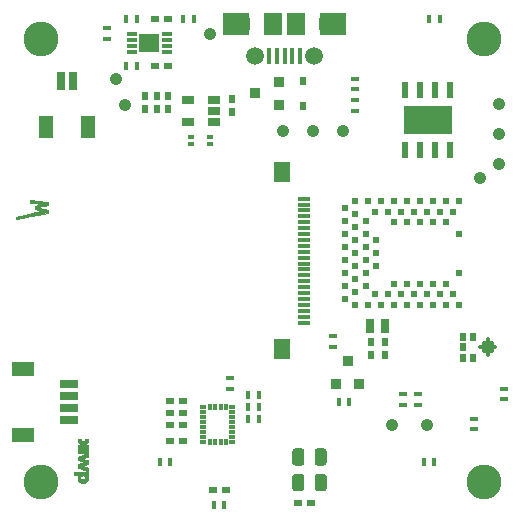
<source format=gbr>
G04 #@! TF.GenerationSoftware,KiCad,Pcbnew,5.1.5-52549c5~84~ubuntu19.04.1*
G04 #@! TF.CreationDate,2020-02-18T23:24:20+01:00*
G04 #@! TF.ProjectId,badge,62616467-652e-46b6-9963-61645f706362,rev?*
G04 #@! TF.SameCoordinates,Original*
G04 #@! TF.FileFunction,Soldermask,Bot*
G04 #@! TF.FilePolarity,Negative*
%FSLAX46Y46*%
G04 Gerber Fmt 4.6, Leading zero omitted, Abs format (unit mm)*
G04 Created by KiCad (PCBNEW 5.1.5-52549c5~84~ubuntu19.04.1) date 2020-02-18 23:24:20*
%MOMM*%
%LPD*%
G04 APERTURE LIST*
%ADD10C,0.010000*%
%ADD11C,2.950800*%
%ADD12R,1.550800X1.950800*%
%ADD13C,1.500800*%
%ADD14R,0.450800X1.400800*%
%ADD15O,1.250800X1.950800*%
%ADD16R,2.250800X1.950800*%
%ADD17R,0.470800X1.450800*%
%ADD18R,4.050800X2.350800*%
%ADD19R,0.580800X0.330800*%
%ADD20R,0.330800X0.580800*%
%ADD21R,1.600800X0.650800*%
%ADD22R,1.850800X1.250800*%
%ADD23C,1.050800*%
%ADD24R,0.570800X0.350800*%
%ADD25R,0.650800X1.250800*%
%ADD26R,1.250800X1.850800*%
%ADD27R,0.650800X1.600800*%
%ADD28R,1.110800X0.700800*%
%ADD29R,0.572800X0.650800*%
%ADD30C,1.250800*%
%ADD31C,0.350800*%
%ADD32R,0.950800X0.850800*%
%ADD33R,0.850800X0.950800*%
%ADD34R,0.550800X0.650800*%
%ADD35R,0.650800X0.550800*%
%ADD36R,0.650800X0.450800*%
%ADD37R,0.450800X0.650800*%
%ADD38R,0.550800X0.550800*%
%ADD39R,0.850800X0.350800*%
%ADD40R,1.800800X1.600800*%
%ADD41R,1.050800X0.350800*%
%ADD42R,1.350800X1.700800*%
%ADD43C,0.100000*%
%ADD44R,0.500800X0.650800*%
G04 APERTURE END LIST*
D10*
G36*
X105308940Y-112579333D02*
G01*
X105237626Y-112580148D01*
X105198781Y-112585727D01*
X105182541Y-112600775D01*
X105179041Y-112629996D01*
X105179000Y-112641297D01*
X105159837Y-112708432D01*
X105106935Y-112758597D01*
X105027177Y-112786739D01*
X104975062Y-112791000D01*
X104884480Y-112776105D01*
X104824019Y-112733029D01*
X104796005Y-112664182D01*
X104796420Y-112605791D01*
X104782934Y-112589660D01*
X104734568Y-112581180D01*
X104671928Y-112579333D01*
X104544000Y-112579333D01*
X104545342Y-112679875D01*
X104550372Y-112751947D01*
X104561422Y-112813876D01*
X104566647Y-112830261D01*
X104632993Y-112945712D01*
X104726270Y-113028600D01*
X104846010Y-113078631D01*
X104989788Y-113095506D01*
X105131954Y-113078811D01*
X105249081Y-113028842D01*
X105338943Y-112947579D01*
X105399319Y-112837001D01*
X105427412Y-112705801D01*
X105438880Y-112579333D01*
X105308940Y-112579333D01*
G37*
X105308940Y-112579333D02*
X105237626Y-112580148D01*
X105198781Y-112585727D01*
X105182541Y-112600775D01*
X105179041Y-112629996D01*
X105179000Y-112641297D01*
X105159837Y-112708432D01*
X105106935Y-112758597D01*
X105027177Y-112786739D01*
X104975062Y-112791000D01*
X104884480Y-112776105D01*
X104824019Y-112733029D01*
X104796005Y-112664182D01*
X104796420Y-112605791D01*
X104782934Y-112589660D01*
X104734568Y-112581180D01*
X104671928Y-112579333D01*
X104544000Y-112579333D01*
X104545342Y-112679875D01*
X104550372Y-112751947D01*
X104561422Y-112813876D01*
X104566647Y-112830261D01*
X104632993Y-112945712D01*
X104726270Y-113028600D01*
X104846010Y-113078631D01*
X104989788Y-113095506D01*
X105131954Y-113078811D01*
X105249081Y-113028842D01*
X105338943Y-112947579D01*
X105399319Y-112837001D01*
X105427412Y-112705801D01*
X105438880Y-112579333D01*
X105308940Y-112579333D01*
G36*
X104544000Y-113129666D02*
G01*
X104544000Y-113426000D01*
X105433000Y-113426000D01*
X105433000Y-113129666D01*
X104544000Y-113129666D01*
G37*
X104544000Y-113129666D02*
X104544000Y-113426000D01*
X105433000Y-113426000D01*
X105433000Y-113129666D01*
X104544000Y-113129666D01*
G36*
X105428654Y-114552156D02*
G01*
X105422417Y-114410250D01*
X105163224Y-114336166D01*
X105065742Y-114307381D01*
X104984986Y-114281779D01*
X104928628Y-114261921D01*
X104904338Y-114250370D01*
X104903933Y-114249559D01*
X104922186Y-114236734D01*
X104968357Y-114218969D01*
X104993792Y-114211131D01*
X105057604Y-114192525D01*
X105145079Y-114166723D01*
X105239339Y-114138707D01*
X105257714Y-114133219D01*
X105431677Y-114081209D01*
X105431677Y-113468333D01*
X104542146Y-113468333D01*
X104548365Y-113621791D01*
X104554583Y-113775250D01*
X104977917Y-113785833D01*
X105401250Y-113796416D01*
X104971763Y-113953086D01*
X104542275Y-114109756D01*
X104548429Y-114258869D01*
X104554583Y-114407981D01*
X104806215Y-114483199D01*
X105057846Y-114558416D01*
X104800923Y-114639910D01*
X104544000Y-114721403D01*
X104544000Y-114868116D01*
X104547915Y-114961036D01*
X104559710Y-115012809D01*
X104570458Y-115024263D01*
X104597632Y-115034076D01*
X104658208Y-115056022D01*
X104745800Y-115087783D01*
X104854020Y-115127045D01*
X104976479Y-115171490D01*
X105006392Y-115182349D01*
X105129877Y-115227017D01*
X105239357Y-115266315D01*
X105328782Y-115298095D01*
X105392104Y-115320212D01*
X105423273Y-115330519D01*
X105425361Y-115331000D01*
X105429194Y-115311625D01*
X105430480Y-115260539D01*
X105428991Y-115188303D01*
X105428636Y-115179235D01*
X105422417Y-115027469D01*
X105337750Y-115000777D01*
X105278628Y-114982465D01*
X105193896Y-114956624D01*
X105098518Y-114927809D01*
X105062583Y-114917024D01*
X104872083Y-114859962D01*
X104977917Y-114829636D01*
X105049993Y-114808699D01*
X105144267Y-114780936D01*
X105242410Y-114751748D01*
X105259320Y-114746686D01*
X105434890Y-114694063D01*
X105428654Y-114552156D01*
G37*
X105428654Y-114552156D02*
X105422417Y-114410250D01*
X105163224Y-114336166D01*
X105065742Y-114307381D01*
X104984986Y-114281779D01*
X104928628Y-114261921D01*
X104904338Y-114250370D01*
X104903933Y-114249559D01*
X104922186Y-114236734D01*
X104968357Y-114218969D01*
X104993792Y-114211131D01*
X105057604Y-114192525D01*
X105145079Y-114166723D01*
X105239339Y-114138707D01*
X105257714Y-114133219D01*
X105431677Y-114081209D01*
X105431677Y-113468333D01*
X104542146Y-113468333D01*
X104548365Y-113621791D01*
X104554583Y-113775250D01*
X104977917Y-113785833D01*
X105401250Y-113796416D01*
X104971763Y-113953086D01*
X104542275Y-114109756D01*
X104548429Y-114258869D01*
X104554583Y-114407981D01*
X104806215Y-114483199D01*
X105057846Y-114558416D01*
X104800923Y-114639910D01*
X104544000Y-114721403D01*
X104544000Y-114868116D01*
X104547915Y-114961036D01*
X104559710Y-115012809D01*
X104570458Y-115024263D01*
X104597632Y-115034076D01*
X104658208Y-115056022D01*
X104745800Y-115087783D01*
X104854020Y-115127045D01*
X104976479Y-115171490D01*
X105006392Y-115182349D01*
X105129877Y-115227017D01*
X105239357Y-115266315D01*
X105328782Y-115298095D01*
X105392104Y-115320212D01*
X105423273Y-115330519D01*
X105425361Y-115331000D01*
X105429194Y-115311625D01*
X105430480Y-115260539D01*
X105428991Y-115188303D01*
X105428636Y-115179235D01*
X105422417Y-115027469D01*
X105337750Y-115000777D01*
X105278628Y-114982465D01*
X105193896Y-114956624D01*
X105098518Y-114927809D01*
X105062583Y-114917024D01*
X104872083Y-114859962D01*
X104977917Y-114829636D01*
X105049993Y-114808699D01*
X105144267Y-114780936D01*
X105242410Y-114751748D01*
X105259320Y-114746686D01*
X105434890Y-114694063D01*
X105428654Y-114552156D01*
G36*
X104835042Y-115357129D02*
G01*
X104237083Y-115362750D01*
X104230925Y-115501230D01*
X104229900Y-115574378D01*
X104233254Y-115629903D01*
X104239744Y-115654688D01*
X104266320Y-115661341D01*
X104324755Y-115666477D01*
X104404582Y-115669330D01*
X104444975Y-115669666D01*
X104534755Y-115669992D01*
X104588689Y-115672186D01*
X104613269Y-115678074D01*
X104614981Y-115689481D01*
X104600316Y-115708234D01*
X104596620Y-115712328D01*
X104568676Y-115766779D01*
X104551590Y-115847287D01*
X104546781Y-115938639D01*
X104555673Y-116025625D01*
X104564272Y-116058537D01*
X104595657Y-116117573D01*
X104646778Y-116180953D01*
X104675245Y-116208139D01*
X104780497Y-116274294D01*
X104899172Y-116309770D01*
X104978153Y-116313772D01*
X104978153Y-116008333D01*
X104891118Y-115992659D01*
X104825790Y-115951112D01*
X104786449Y-115891906D01*
X104777373Y-115823258D01*
X104802843Y-115753380D01*
X104828788Y-115721621D01*
X104876222Y-115686354D01*
X104935766Y-115671467D01*
X104980882Y-115669666D01*
X105077147Y-115683780D01*
X105141947Y-115725818D01*
X105174756Y-115795323D01*
X105179000Y-115841153D01*
X105161134Y-115920233D01*
X105109799Y-115975674D01*
X105028389Y-116004651D01*
X104978153Y-116008333D01*
X104978153Y-116313772D01*
X105022993Y-116316045D01*
X105143683Y-116294593D01*
X105252965Y-116246890D01*
X105342561Y-116174413D01*
X105404193Y-116078636D01*
X105404403Y-116078135D01*
X105428367Y-115983622D01*
X105430727Y-115879657D01*
X105412143Y-115784407D01*
X105392151Y-115740518D01*
X105366659Y-115696330D01*
X105363470Y-115675580D01*
X105382599Y-115665716D01*
X105392231Y-115663125D01*
X105413778Y-115652198D01*
X105426142Y-115627137D01*
X105431742Y-115578380D01*
X105433000Y-115501985D01*
X105433000Y-115351507D01*
X104835042Y-115357129D01*
G37*
X104835042Y-115357129D02*
X104237083Y-115362750D01*
X104230925Y-115501230D01*
X104229900Y-115574378D01*
X104233254Y-115629903D01*
X104239744Y-115654688D01*
X104266320Y-115661341D01*
X104324755Y-115666477D01*
X104404582Y-115669330D01*
X104444975Y-115669666D01*
X104534755Y-115669992D01*
X104588689Y-115672186D01*
X104613269Y-115678074D01*
X104614981Y-115689481D01*
X104600316Y-115708234D01*
X104596620Y-115712328D01*
X104568676Y-115766779D01*
X104551590Y-115847287D01*
X104546781Y-115938639D01*
X104555673Y-116025625D01*
X104564272Y-116058537D01*
X104595657Y-116117573D01*
X104646778Y-116180953D01*
X104675245Y-116208139D01*
X104780497Y-116274294D01*
X104899172Y-116309770D01*
X104978153Y-116313772D01*
X104978153Y-116008333D01*
X104891118Y-115992659D01*
X104825790Y-115951112D01*
X104786449Y-115891906D01*
X104777373Y-115823258D01*
X104802843Y-115753380D01*
X104828788Y-115721621D01*
X104876222Y-115686354D01*
X104935766Y-115671467D01*
X104980882Y-115669666D01*
X105077147Y-115683780D01*
X105141947Y-115725818D01*
X105174756Y-115795323D01*
X105179000Y-115841153D01*
X105161134Y-115920233D01*
X105109799Y-115975674D01*
X105028389Y-116004651D01*
X104978153Y-116008333D01*
X104978153Y-116313772D01*
X105022993Y-116316045D01*
X105143683Y-116294593D01*
X105252965Y-116246890D01*
X105342561Y-116174413D01*
X105404193Y-116078636D01*
X105404403Y-116078135D01*
X105428367Y-115983622D01*
X105430727Y-115879657D01*
X105412143Y-115784407D01*
X105392151Y-115740518D01*
X105366659Y-115696330D01*
X105363470Y-115675580D01*
X105382599Y-115665716D01*
X105392231Y-115663125D01*
X105413778Y-115652198D01*
X105426142Y-115627137D01*
X105431742Y-115578380D01*
X105433000Y-115501985D01*
X105433000Y-115351507D01*
X104835042Y-115357129D01*
G36*
X99295498Y-93958906D02*
G01*
X99315605Y-93992234D01*
X99363949Y-93984075D01*
X99485016Y-93960201D01*
X99668752Y-93922693D01*
X99905105Y-93873633D01*
X100184023Y-93815102D01*
X100495451Y-93749180D01*
X100695894Y-93706484D01*
X102041622Y-93419167D01*
X102029394Y-93295038D01*
X102019850Y-93237115D01*
X101994295Y-93195907D01*
X101936948Y-93163198D01*
X101832027Y-93130770D01*
X101663751Y-93090406D01*
X101615000Y-93079266D01*
X101212833Y-92987623D01*
X101625583Y-92891260D01*
X101812956Y-92846508D01*
X101932829Y-92812539D01*
X102000267Y-92781391D01*
X102030335Y-92745102D01*
X102038098Y-92695709D01*
X102038333Y-92673115D01*
X102028749Y-92585855D01*
X102006583Y-92550430D01*
X101955955Y-92543975D01*
X101836465Y-92526718D01*
X101662913Y-92500855D01*
X101450102Y-92468583D01*
X101297500Y-92445174D01*
X101013695Y-92401526D01*
X100803016Y-92370479D01*
X100654841Y-92352175D01*
X100558552Y-92346755D01*
X100503528Y-92354362D01*
X100479149Y-92375136D01*
X100474796Y-92409220D01*
X100479771Y-92456084D01*
X100493167Y-92572500D01*
X101043500Y-92637154D01*
X101269780Y-92664714D01*
X101413835Y-92686780D01*
X101477624Y-92706898D01*
X101463105Y-92728615D01*
X101372235Y-92755476D01*
X101206972Y-92791030D01*
X101136329Y-92805298D01*
X100999734Y-92834970D01*
X100927639Y-92863424D01*
X100901377Y-92905301D01*
X100902282Y-92975243D01*
X100903496Y-92987922D01*
X100914400Y-93057037D01*
X100942808Y-93101755D01*
X101007163Y-93133325D01*
X101125912Y-93162999D01*
X101223417Y-93183057D01*
X101371292Y-93216205D01*
X101480118Y-93246946D01*
X101529356Y-93269350D01*
X101530333Y-93271683D01*
X101490622Y-93286965D01*
X101378648Y-93316483D01*
X101205147Y-93357757D01*
X100980858Y-93408312D01*
X100716516Y-93465668D01*
X100422859Y-93527348D01*
X100419083Y-93528128D01*
X99307833Y-93757834D01*
X99294438Y-93874250D01*
X99295498Y-93958906D01*
G37*
X99295498Y-93958906D02*
X99315605Y-93992234D01*
X99363949Y-93984075D01*
X99485016Y-93960201D01*
X99668752Y-93922693D01*
X99905105Y-93873633D01*
X100184023Y-93815102D01*
X100495451Y-93749180D01*
X100695894Y-93706484D01*
X102041622Y-93419167D01*
X102029394Y-93295038D01*
X102019850Y-93237115D01*
X101994295Y-93195907D01*
X101936948Y-93163198D01*
X101832027Y-93130770D01*
X101663751Y-93090406D01*
X101615000Y-93079266D01*
X101212833Y-92987623D01*
X101625583Y-92891260D01*
X101812956Y-92846508D01*
X101932829Y-92812539D01*
X102000267Y-92781391D01*
X102030335Y-92745102D01*
X102038098Y-92695709D01*
X102038333Y-92673115D01*
X102028749Y-92585855D01*
X102006583Y-92550430D01*
X101955955Y-92543975D01*
X101836465Y-92526718D01*
X101662913Y-92500855D01*
X101450102Y-92468583D01*
X101297500Y-92445174D01*
X101013695Y-92401526D01*
X100803016Y-92370479D01*
X100654841Y-92352175D01*
X100558552Y-92346755D01*
X100503528Y-92354362D01*
X100479149Y-92375136D01*
X100474796Y-92409220D01*
X100479771Y-92456084D01*
X100493167Y-92572500D01*
X101043500Y-92637154D01*
X101269780Y-92664714D01*
X101413835Y-92686780D01*
X101477624Y-92706898D01*
X101463105Y-92728615D01*
X101372235Y-92755476D01*
X101206972Y-92791030D01*
X101136329Y-92805298D01*
X100999734Y-92834970D01*
X100927639Y-92863424D01*
X100901377Y-92905301D01*
X100902282Y-92975243D01*
X100903496Y-92987922D01*
X100914400Y-93057037D01*
X100942808Y-93101755D01*
X101007163Y-93133325D01*
X101125912Y-93162999D01*
X101223417Y-93183057D01*
X101371292Y-93216205D01*
X101480118Y-93246946D01*
X101529356Y-93269350D01*
X101530333Y-93271683D01*
X101490622Y-93286965D01*
X101378648Y-93316483D01*
X101205147Y-93357757D01*
X100980858Y-93408312D01*
X100716516Y-93465668D01*
X100422859Y-93527348D01*
X100419083Y-93528128D01*
X99307833Y-93757834D01*
X99294438Y-93874250D01*
X99295498Y-93958906D01*
D11*
X138942020Y-116255640D03*
X101444000Y-116253100D03*
X138929320Y-78755080D03*
X138972500Y-78737300D03*
X101436380Y-78752540D03*
D12*
X123075000Y-77437500D03*
D13*
X119575000Y-80137500D03*
D14*
X121425000Y-80137500D03*
X120775000Y-80137500D03*
X123375000Y-80137500D03*
X122725000Y-80137500D03*
X122075000Y-80137500D03*
D13*
X124575000Y-80137500D03*
D12*
X121075000Y-77437500D03*
D15*
X118575000Y-77437500D03*
X125575000Y-77437500D03*
D16*
X126175000Y-77437500D03*
X117975000Y-77437500D03*
D17*
X136075400Y-88081800D03*
X134805400Y-88081800D03*
X133535400Y-88081800D03*
X132265400Y-88081800D03*
X132265400Y-83011800D03*
X133535400Y-83011800D03*
X134805400Y-83011800D03*
X136075400Y-83011800D03*
D18*
X134170400Y-85546800D03*
D19*
X115204800Y-112883200D03*
D20*
X115784800Y-112848200D03*
X116214800Y-112848200D03*
X116644800Y-112848200D03*
X117074800Y-112848200D03*
D19*
X117654800Y-112883200D03*
X117654800Y-112453200D03*
X117654800Y-112023200D03*
X117654800Y-111593200D03*
X117654800Y-111163200D03*
X117654800Y-110733200D03*
X117654800Y-110303200D03*
X117654800Y-109873200D03*
D20*
X117074800Y-109908200D03*
X116644800Y-109908200D03*
X116214800Y-109908200D03*
X115784800Y-109908200D03*
D19*
X115204800Y-109873200D03*
X115204800Y-110303200D03*
X115204800Y-110733200D03*
X115204800Y-111163200D03*
X115204800Y-111593200D03*
X115204800Y-112023200D03*
X115204800Y-112453200D03*
D21*
X103825000Y-107975000D03*
X103825000Y-108975000D03*
X103825000Y-109975000D03*
X103825000Y-110975000D03*
D22*
X99950000Y-112275000D03*
X99950000Y-106675000D03*
D23*
X115795000Y-78340000D03*
D24*
X114109000Y-87002000D03*
X114109000Y-87652000D03*
X115789000Y-87652000D03*
X115789000Y-87002000D03*
D25*
X130544000Y-103029000D03*
X129344000Y-103029000D03*
D26*
X101865000Y-86145000D03*
X105465000Y-86145000D03*
D27*
X103165000Y-82270000D03*
X104165000Y-82270000D03*
D23*
X134165000Y-111410000D03*
X140241000Y-84226000D03*
X140241000Y-86766000D03*
X127033000Y-86512000D03*
X124493000Y-86512000D03*
X108541800Y-84353000D03*
X121953000Y-86512000D03*
X140241000Y-89306000D03*
X131198600Y-111440578D03*
X138615000Y-90480000D03*
D28*
X113859000Y-83877000D03*
X113859000Y-85777000D03*
X116059000Y-85777000D03*
X116059000Y-84827000D03*
X116059000Y-83877000D03*
D29*
X137176400Y-104825400D03*
X137176400Y-105725400D03*
X137998400Y-105725400D03*
X137998400Y-103925400D03*
D30*
X139250400Y-104825400D03*
D29*
X137176400Y-103925400D03*
D31*
X139250400Y-105487400D03*
X139250400Y-104163400D03*
X138588400Y-104825400D03*
X139912400Y-104825400D03*
D32*
X119556000Y-83337000D03*
X121556000Y-84287000D03*
X121556000Y-82387000D03*
D33*
X127400000Y-105950000D03*
X126450000Y-107950000D03*
X128350000Y-107950000D03*
D34*
X110241000Y-84620000D03*
X110241000Y-83520000D03*
D35*
X112379800Y-111378200D03*
X113479800Y-111378200D03*
X112379800Y-109378200D03*
X113479800Y-109378200D03*
X124281000Y-118008000D03*
X123181000Y-118008000D03*
X115979278Y-116888676D03*
X117079278Y-116888676D03*
X113459800Y-112798200D03*
X112359800Y-112798200D03*
X113479800Y-110378200D03*
X112379800Y-110378200D03*
D34*
X112241000Y-84620000D03*
X112241000Y-83520000D03*
D35*
X111080000Y-81041000D03*
X112180000Y-81041000D03*
D34*
X129344400Y-105516400D03*
X129344400Y-104416400D03*
D35*
X111080000Y-77041000D03*
X112180000Y-77041000D03*
D34*
X117635000Y-84877000D03*
X117635000Y-83777000D03*
X130538200Y-105516400D03*
X130538200Y-104416400D03*
X111241000Y-84620000D03*
X111241000Y-83520000D03*
D36*
X117429800Y-108328200D03*
X117429800Y-107428200D03*
D37*
X118979800Y-109878200D03*
X119879800Y-109878200D03*
X118979800Y-108878200D03*
X119879800Y-108878200D03*
D36*
X140647400Y-109245000D03*
X140647400Y-108345000D03*
X138082000Y-110885000D03*
X138082000Y-111785000D03*
D37*
X116979278Y-118158676D03*
X116079278Y-118158676D03*
D36*
X132087600Y-109720400D03*
X132087600Y-108820400D03*
X133357600Y-109720400D03*
X133357600Y-108820400D03*
D37*
X112405000Y-114560000D03*
X111505000Y-114560000D03*
X126650000Y-109425000D03*
X127550000Y-109425000D03*
X134735000Y-114560000D03*
X133835000Y-114560000D03*
X114400000Y-77050000D03*
X113500000Y-77050000D03*
D36*
X126138920Y-103895340D03*
X126138920Y-104795340D03*
D37*
X109580000Y-77041000D03*
X108680000Y-77041000D03*
X108680000Y-81041000D03*
X109580000Y-81041000D03*
X118979800Y-110878200D03*
X119879800Y-110878200D03*
D38*
X127150000Y-93000000D03*
X127150000Y-94100000D03*
X127150000Y-95200000D03*
X127150000Y-96300000D03*
X127150000Y-97400000D03*
X127150000Y-98500000D03*
X127150000Y-99600000D03*
X127150000Y-100700000D03*
X135750000Y-94250000D03*
X134650000Y-94250000D03*
X133550000Y-94250000D03*
X132450000Y-94250000D03*
X131350000Y-94250000D03*
X129850000Y-95750000D03*
X129850000Y-96850000D03*
X129850000Y-97950000D03*
X131350000Y-99450000D03*
X132450000Y-99450000D03*
X133550000Y-99450000D03*
X134650000Y-99450000D03*
X135750000Y-99450000D03*
X136850000Y-98500000D03*
X136850000Y-95200000D03*
X136850000Y-92450000D03*
X136300000Y-93350000D03*
X135750000Y-92450000D03*
X135200000Y-93350000D03*
X134650000Y-92450000D03*
X134100000Y-93350000D03*
X133550000Y-92450000D03*
X133000000Y-93350000D03*
X132450000Y-92450000D03*
X131900000Y-93350000D03*
X131350000Y-92450000D03*
X130800000Y-93350000D03*
X130250000Y-92450000D03*
X129700000Y-93350000D03*
X129150000Y-92450000D03*
X128050000Y-92450000D03*
X128050000Y-93550000D03*
X128950000Y-94100000D03*
X128050000Y-94650000D03*
X128950000Y-95200000D03*
X128050000Y-95750000D03*
X128950000Y-96300000D03*
X128050000Y-96850000D03*
X128950000Y-97400000D03*
X128050000Y-97950000D03*
X128950000Y-98500000D03*
X128050000Y-99050000D03*
X128950000Y-99600000D03*
X128050000Y-100150000D03*
X128050000Y-101250000D03*
X129150000Y-101250000D03*
X129700000Y-100350000D03*
X130250000Y-101250000D03*
X130800000Y-100350000D03*
X131350000Y-101250000D03*
X131900000Y-100350000D03*
X132450000Y-101250000D03*
X133000000Y-100350000D03*
X133550000Y-101250000D03*
X134100000Y-100350000D03*
X134650000Y-101250000D03*
X135200000Y-100350000D03*
X135750000Y-101250000D03*
X136300000Y-100350000D03*
X136850000Y-101250000D03*
D39*
X112130000Y-78291000D03*
X112130000Y-78791000D03*
X112130000Y-79291000D03*
X112130000Y-79791000D03*
X109130000Y-79791000D03*
X109130000Y-79291000D03*
X109130000Y-78791000D03*
X109130000Y-78291000D03*
D40*
X110630000Y-79041000D03*
D41*
X123743700Y-102739440D03*
X123743700Y-102239440D03*
X123743700Y-101739440D03*
X123743700Y-101239440D03*
X123743700Y-100739440D03*
X123743700Y-100239440D03*
X123743700Y-99739440D03*
X123743700Y-99239440D03*
X123743700Y-98739440D03*
X123743700Y-98239440D03*
X123743700Y-97739440D03*
X123743700Y-97239440D03*
X123743700Y-96739440D03*
X123743700Y-96239440D03*
X123743700Y-95739440D03*
X123743700Y-95239440D03*
X123743700Y-94739440D03*
X123743700Y-94239440D03*
X123743700Y-93739440D03*
X123743700Y-93239440D03*
X123743700Y-92739440D03*
X123743700Y-92239440D03*
D42*
X121843700Y-105014440D03*
X121843700Y-89964440D03*
D43*
G36*
X125398620Y-113387654D02*
G01*
X125423515Y-113391347D01*
X125447928Y-113397462D01*
X125471623Y-113405940D01*
X125494374Y-113416700D01*
X125515960Y-113429639D01*
X125536174Y-113444630D01*
X125554822Y-113461531D01*
X125571723Y-113480179D01*
X125586714Y-113500393D01*
X125599653Y-113521979D01*
X125610413Y-113544730D01*
X125618891Y-113568425D01*
X125625006Y-113592838D01*
X125628699Y-113617733D01*
X125629934Y-113642869D01*
X125629934Y-114580769D01*
X125628699Y-114605905D01*
X125625006Y-114630800D01*
X125618891Y-114655213D01*
X125610413Y-114678908D01*
X125599653Y-114701659D01*
X125586714Y-114723245D01*
X125571723Y-114743459D01*
X125554822Y-114762107D01*
X125536174Y-114779008D01*
X125515960Y-114793999D01*
X125494374Y-114806938D01*
X125471623Y-114817698D01*
X125447928Y-114826176D01*
X125423515Y-114832291D01*
X125398620Y-114835984D01*
X125373484Y-114837219D01*
X124860584Y-114837219D01*
X124835448Y-114835984D01*
X124810553Y-114832291D01*
X124786140Y-114826176D01*
X124762445Y-114817698D01*
X124739694Y-114806938D01*
X124718108Y-114793999D01*
X124697894Y-114779008D01*
X124679246Y-114762107D01*
X124662345Y-114743459D01*
X124647354Y-114723245D01*
X124634415Y-114701659D01*
X124623655Y-114678908D01*
X124615177Y-114655213D01*
X124609062Y-114630800D01*
X124605369Y-114605905D01*
X124604134Y-114580769D01*
X124604134Y-113642869D01*
X124605369Y-113617733D01*
X124609062Y-113592838D01*
X124615177Y-113568425D01*
X124623655Y-113544730D01*
X124634415Y-113521979D01*
X124647354Y-113500393D01*
X124662345Y-113480179D01*
X124679246Y-113461531D01*
X124697894Y-113444630D01*
X124718108Y-113429639D01*
X124739694Y-113416700D01*
X124762445Y-113405940D01*
X124786140Y-113397462D01*
X124810553Y-113391347D01*
X124835448Y-113387654D01*
X124860584Y-113386419D01*
X125373484Y-113386419D01*
X125398620Y-113387654D01*
G37*
G36*
X123523620Y-113387654D02*
G01*
X123548515Y-113391347D01*
X123572928Y-113397462D01*
X123596623Y-113405940D01*
X123619374Y-113416700D01*
X123640960Y-113429639D01*
X123661174Y-113444630D01*
X123679822Y-113461531D01*
X123696723Y-113480179D01*
X123711714Y-113500393D01*
X123724653Y-113521979D01*
X123735413Y-113544730D01*
X123743891Y-113568425D01*
X123750006Y-113592838D01*
X123753699Y-113617733D01*
X123754934Y-113642869D01*
X123754934Y-114580769D01*
X123753699Y-114605905D01*
X123750006Y-114630800D01*
X123743891Y-114655213D01*
X123735413Y-114678908D01*
X123724653Y-114701659D01*
X123711714Y-114723245D01*
X123696723Y-114743459D01*
X123679822Y-114762107D01*
X123661174Y-114779008D01*
X123640960Y-114793999D01*
X123619374Y-114806938D01*
X123596623Y-114817698D01*
X123572928Y-114826176D01*
X123548515Y-114832291D01*
X123523620Y-114835984D01*
X123498484Y-114837219D01*
X122985584Y-114837219D01*
X122960448Y-114835984D01*
X122935553Y-114832291D01*
X122911140Y-114826176D01*
X122887445Y-114817698D01*
X122864694Y-114806938D01*
X122843108Y-114793999D01*
X122822894Y-114779008D01*
X122804246Y-114762107D01*
X122787345Y-114743459D01*
X122772354Y-114723245D01*
X122759415Y-114701659D01*
X122748655Y-114678908D01*
X122740177Y-114655213D01*
X122734062Y-114630800D01*
X122730369Y-114605905D01*
X122729134Y-114580769D01*
X122729134Y-113642869D01*
X122730369Y-113617733D01*
X122734062Y-113592838D01*
X122740177Y-113568425D01*
X122748655Y-113544730D01*
X122759415Y-113521979D01*
X122772354Y-113500393D01*
X122787345Y-113480179D01*
X122804246Y-113461531D01*
X122822894Y-113444630D01*
X122843108Y-113429639D01*
X122864694Y-113416700D01*
X122887445Y-113405940D01*
X122911140Y-113397462D01*
X122935553Y-113391347D01*
X122960448Y-113387654D01*
X122985584Y-113386419D01*
X123498484Y-113386419D01*
X123523620Y-113387654D01*
G37*
G36*
X123523620Y-115546654D02*
G01*
X123548515Y-115550347D01*
X123572928Y-115556462D01*
X123596623Y-115564940D01*
X123619374Y-115575700D01*
X123640960Y-115588639D01*
X123661174Y-115603630D01*
X123679822Y-115620531D01*
X123696723Y-115639179D01*
X123711714Y-115659393D01*
X123724653Y-115680979D01*
X123735413Y-115703730D01*
X123743891Y-115727425D01*
X123750006Y-115751838D01*
X123753699Y-115776733D01*
X123754934Y-115801869D01*
X123754934Y-116739769D01*
X123753699Y-116764905D01*
X123750006Y-116789800D01*
X123743891Y-116814213D01*
X123735413Y-116837908D01*
X123724653Y-116860659D01*
X123711714Y-116882245D01*
X123696723Y-116902459D01*
X123679822Y-116921107D01*
X123661174Y-116938008D01*
X123640960Y-116952999D01*
X123619374Y-116965938D01*
X123596623Y-116976698D01*
X123572928Y-116985176D01*
X123548515Y-116991291D01*
X123523620Y-116994984D01*
X123498484Y-116996219D01*
X122985584Y-116996219D01*
X122960448Y-116994984D01*
X122935553Y-116991291D01*
X122911140Y-116985176D01*
X122887445Y-116976698D01*
X122864694Y-116965938D01*
X122843108Y-116952999D01*
X122822894Y-116938008D01*
X122804246Y-116921107D01*
X122787345Y-116902459D01*
X122772354Y-116882245D01*
X122759415Y-116860659D01*
X122748655Y-116837908D01*
X122740177Y-116814213D01*
X122734062Y-116789800D01*
X122730369Y-116764905D01*
X122729134Y-116739769D01*
X122729134Y-115801869D01*
X122730369Y-115776733D01*
X122734062Y-115751838D01*
X122740177Y-115727425D01*
X122748655Y-115703730D01*
X122759415Y-115680979D01*
X122772354Y-115659393D01*
X122787345Y-115639179D01*
X122804246Y-115620531D01*
X122822894Y-115603630D01*
X122843108Y-115588639D01*
X122864694Y-115575700D01*
X122887445Y-115564940D01*
X122911140Y-115556462D01*
X122935553Y-115550347D01*
X122960448Y-115546654D01*
X122985584Y-115545419D01*
X123498484Y-115545419D01*
X123523620Y-115546654D01*
G37*
G36*
X125398620Y-115546654D02*
G01*
X125423515Y-115550347D01*
X125447928Y-115556462D01*
X125471623Y-115564940D01*
X125494374Y-115575700D01*
X125515960Y-115588639D01*
X125536174Y-115603630D01*
X125554822Y-115620531D01*
X125571723Y-115639179D01*
X125586714Y-115659393D01*
X125599653Y-115680979D01*
X125610413Y-115703730D01*
X125618891Y-115727425D01*
X125625006Y-115751838D01*
X125628699Y-115776733D01*
X125629934Y-115801869D01*
X125629934Y-116739769D01*
X125628699Y-116764905D01*
X125625006Y-116789800D01*
X125618891Y-116814213D01*
X125610413Y-116837908D01*
X125599653Y-116860659D01*
X125586714Y-116882245D01*
X125571723Y-116902459D01*
X125554822Y-116921107D01*
X125536174Y-116938008D01*
X125515960Y-116952999D01*
X125494374Y-116965938D01*
X125471623Y-116976698D01*
X125447928Y-116985176D01*
X125423515Y-116991291D01*
X125398620Y-116994984D01*
X125373484Y-116996219D01*
X124860584Y-116996219D01*
X124835448Y-116994984D01*
X124810553Y-116991291D01*
X124786140Y-116985176D01*
X124762445Y-116976698D01*
X124739694Y-116965938D01*
X124718108Y-116952999D01*
X124697894Y-116938008D01*
X124679246Y-116921107D01*
X124662345Y-116902459D01*
X124647354Y-116882245D01*
X124634415Y-116860659D01*
X124623655Y-116837908D01*
X124615177Y-116814213D01*
X124609062Y-116789800D01*
X124605369Y-116764905D01*
X124604134Y-116739769D01*
X124604134Y-115801869D01*
X124605369Y-115776733D01*
X124609062Y-115751838D01*
X124615177Y-115727425D01*
X124623655Y-115703730D01*
X124634415Y-115680979D01*
X124647354Y-115659393D01*
X124662345Y-115639179D01*
X124679246Y-115620531D01*
X124697894Y-115603630D01*
X124718108Y-115588639D01*
X124739694Y-115575700D01*
X124762445Y-115564940D01*
X124786140Y-115556462D01*
X124810553Y-115550347D01*
X124835448Y-115546654D01*
X124860584Y-115545419D01*
X125373484Y-115545419D01*
X125398620Y-115546654D01*
G37*
D44*
X123604000Y-82300000D03*
X123604000Y-84400000D03*
D36*
X107075000Y-78725000D03*
X107075000Y-77825000D03*
D37*
X135235000Y-77060000D03*
X134335000Y-77060000D03*
D23*
X107775000Y-82150000D03*
D36*
X128000000Y-82975000D03*
X128000000Y-82075000D03*
X128000000Y-83900000D03*
X128000000Y-84800000D03*
M02*

</source>
